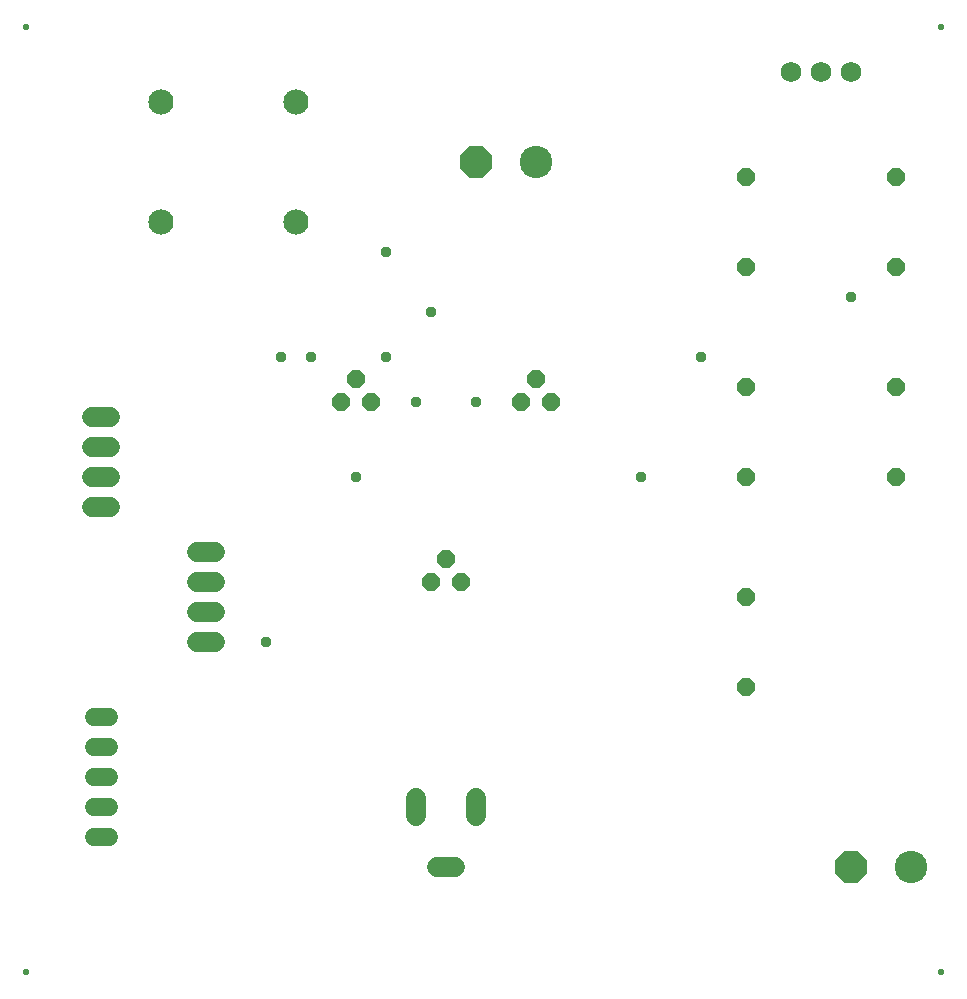
<source format=gbr>
G04 EAGLE Gerber RS-274X export*
G75*
%MOMM*%
%FSLAX34Y34*%
%LPD*%
%INSoldermask Bottom*%
%IPPOS*%
%AMOC8*
5,1,8,0,0,1.08239X$1,22.5*%
G01*
%ADD10C,0.553200*%
%ADD11C,1.524000*%
%ADD12C,2.743200*%
%ADD13P,2.969212X8X202.500000*%
%ADD14C,2.133600*%
%ADD15C,1.727200*%
%ADD16P,1.649562X8X22.500000*%
%ADD17P,1.649562X8X112.500000*%
%ADD18P,1.649562X8X292.500000*%
%ADD19C,1.727200*%
%ADD20C,0.959600*%


D10*
X25400Y825500D03*
X800100Y825500D03*
X800100Y25400D03*
X25400Y25400D03*
D11*
X82296Y241300D02*
X95504Y241300D01*
X95504Y215900D02*
X82296Y215900D01*
X82296Y190500D02*
X95504Y190500D01*
X95504Y165100D02*
X82296Y165100D01*
X82296Y139700D02*
X95504Y139700D01*
D12*
X457200Y711200D03*
D13*
X406400Y711200D03*
D12*
X774700Y114300D03*
D13*
X723900Y114300D03*
D14*
X254000Y660400D03*
X254000Y762000D03*
X139700Y762000D03*
X139700Y660400D03*
D15*
X170180Y304800D02*
X185420Y304800D01*
X185420Y330200D02*
X170180Y330200D01*
X170180Y355600D02*
X185420Y355600D01*
X185420Y381000D02*
X170180Y381000D01*
D16*
X317500Y508000D03*
X304800Y527050D03*
X292100Y508000D03*
X393700Y355600D03*
X381000Y374650D03*
X368300Y355600D03*
X469900Y508000D03*
X457200Y527050D03*
X444500Y508000D03*
D17*
X762000Y444500D03*
X762000Y520700D03*
D18*
X762000Y698500D03*
X762000Y622300D03*
X635000Y342900D03*
X635000Y266700D03*
D17*
X635000Y444500D03*
X635000Y520700D03*
X635000Y622300D03*
X635000Y698500D03*
D15*
X96520Y419100D02*
X81280Y419100D01*
X81280Y444500D02*
X96520Y444500D01*
X96520Y469900D02*
X81280Y469900D01*
X81280Y495300D02*
X96520Y495300D01*
D19*
X723900Y787400D03*
X698500Y787400D03*
X673100Y787400D03*
D15*
X388620Y114300D02*
X373380Y114300D01*
X406400Y157480D02*
X406400Y172720D01*
X355600Y172720D02*
X355600Y157480D01*
D20*
X330200Y546100D03*
X368300Y584200D03*
X723900Y596900D03*
X596900Y546100D03*
X355600Y508000D03*
X406400Y508000D03*
X266700Y546100D03*
X304800Y444500D03*
X330200Y635000D03*
X241300Y546100D03*
X228600Y304800D03*
X546100Y444500D03*
M02*

</source>
